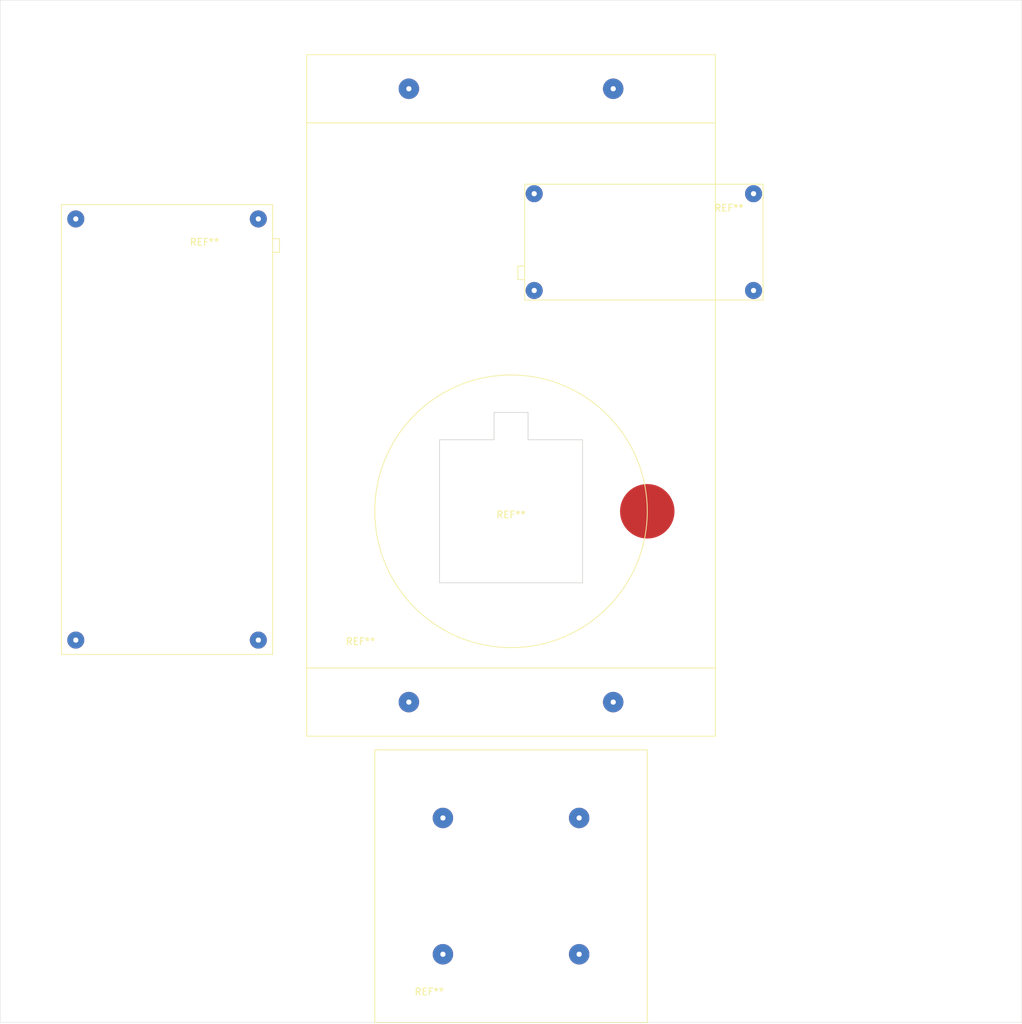
<source format=kicad_pcb>
(kicad_pcb (version 20171130) (host pcbnew 5.1.2-f72e74a~84~ubuntu18.04.1)

  (general
    (thickness 1.6)
    (drawings 4)
    (tracks 0)
    (zones 0)
    (modules 5)
    (nets 1)
  )

  (page A4)
  (layers
    (0 F.Cu signal)
    (31 B.Cu power)
    (32 B.Adhes user)
    (34 B.Paste user)
    (36 B.SilkS user)
    (37 F.SilkS user)
    (38 B.Mask user)
    (40 Dwgs.User user)
    (41 Cmts.User user)
    (42 Eco1.User user)
    (43 Eco2.User user)
    (44 Edge.Cuts user)
    (45 Margin user)
    (46 B.CrtYd user)
    (47 F.CrtYd user)
    (48 B.Fab user)
  )

  (setup
    (last_trace_width 0.25)
    (trace_clearance 0.2)
    (zone_clearance 0.508)
    (zone_45_only no)
    (trace_min 0.2)
    (via_size 0.8)
    (via_drill 0.4)
    (via_min_size 0.4)
    (via_min_drill 0.3)
    (uvia_size 0.3)
    (uvia_drill 0.1)
    (uvias_allowed no)
    (uvia_min_size 0.2)
    (uvia_min_drill 0.1)
    (edge_width 0.05)
    (segment_width 0.2)
    (pcb_text_width 0.3)
    (pcb_text_size 1.5 1.5)
    (mod_edge_width 0.12)
    (mod_text_size 1 1)
    (mod_text_width 0.15)
    (pad_size 1.524 1.524)
    (pad_drill 0.762)
    (pad_to_mask_clearance 0.051)
    (solder_mask_min_width 0.25)
    (aux_axis_origin 0 0)
    (visible_elements FEFFFF7F)
    (pcbplotparams
      (layerselection 0x010fc_ffffffff)
      (usegerberextensions false)
      (usegerberattributes false)
      (usegerberadvancedattributes false)
      (creategerberjobfile false)
      (excludeedgelayer true)
      (linewidth 0.100000)
      (plotframeref false)
      (viasonmask false)
      (mode 1)
      (useauxorigin false)
      (hpglpennumber 1)
      (hpglpenspeed 20)
      (hpglpendiameter 15.000000)
      (psnegative false)
      (psa4output false)
      (plotreference true)
      (plotvalue true)
      (plotinvisibletext false)
      (padsonsilk false)
      (subtractmaskfromsilk false)
      (outputformat 1)
      (mirror false)
      (drillshape 1)
      (scaleselection 1)
      (outputdirectory ""))
  )

  (net 0 "")

  (net_class Default "This is the default net class."
    (clearance 0.2)
    (trace_width 0.25)
    (via_dia 0.8)
    (via_drill 0.4)
    (uvia_dia 0.3)
    (uvia_drill 0.1)
  )

  (module DxWiFi:Raspberry-Pi-Zero (layer F.Cu) (tedit 5CC625D8) (tstamp 5CC6305F)
    (at 40 30 180)
    (fp_text reference REF** (at 10 -5.5) (layer F.SilkS)
      (effects (font (size 1 1) (thickness 0.15)))
    )
    (fp_text value Raspberry-Pi-Zero (at 10 -6.5) (layer F.Fab)
      (effects (font (size 1 1) (thickness 0.15)))
    )
    (fp_line (start -1 -7) (end 0 -7) (layer F.SilkS) (width 0.12))
    (fp_line (start -1 -5) (end -1 -7) (layer F.SilkS) (width 0.12))
    (fp_line (start 0 -5) (end -1 -5) (layer F.SilkS) (width 0.12))
    (fp_line (start 0 -66) (end 0 0) (layer F.SilkS) (width 0.12))
    (fp_line (start 31 -66) (end 0 -66) (layer F.SilkS) (width 0.12))
    (fp_line (start 31 0) (end 31 -66) (layer F.SilkS) (width 0.12))
    (fp_line (start 0 0) (end 31 0) (layer F.SilkS) (width 0.12))
    (pad 4 thru_hole circle (at 28.9 -63.9 180) (size 2.5 2.5) (drill 0.762) (layers *.Cu *.Mask))
    (pad 3 thru_hole circle (at 2.1 -63.9 180) (size 2.5 2.5) (drill 0.762) (layers *.Cu *.Mask))
    (pad 2 thru_hole circle (at 28.9 -2.1 180) (size 2.5 2.5) (drill 0.762) (layers *.Cu *.Mask))
    (pad 1 thru_hole circle (at 2.1 -2.1 180) (size 2.5 2.5) (drill 0.762) (layers *.Cu *.Mask))
  )

  (module DxWiFi:Atheros (layer F.Cu) (tedit 5CC624F7) (tstamp 5CC63034)
    (at 112 27 180)
    (fp_text reference REF** (at 5 -3.5) (layer F.SilkS)
      (effects (font (size 1 1) (thickness 0.15)))
    )
    (fp_text value Atheros (at 5 -4.5) (layer F.Fab)
      (effects (font (size 1 1) (thickness 0.15)))
    )
    (fp_line (start 36 -12) (end 35 -12) (layer F.SilkS) (width 0.12))
    (fp_line (start 36 -12) (end 36 -14) (layer F.SilkS) (width 0.12))
    (fp_line (start 35 -14) (end 36 -14) (layer F.SilkS) (width 0.12))
    (fp_line (start 0 -17) (end 0 0) (layer F.SilkS) (width 0.12))
    (fp_line (start 35 -17) (end 0 -17) (layer F.SilkS) (width 0.12))
    (fp_line (start 35 0) (end 35 -17) (layer F.SilkS) (width 0.12))
    (fp_line (start 0 0) (end 35 0) (layer F.SilkS) (width 0.12))
    (pad 4 thru_hole circle (at 1.4 -15.6 180) (size 2.5 2.5) (drill 0.762) (layers *.Cu *.Mask))
    (pad 3 thru_hole circle (at 33.6 -15.6 180) (size 2.5 2.5) (drill 0.762) (layers *.Cu *.Mask))
    (pad 2 thru_hole circle (at 33.6 -1.4 180) (size 2.5 2.5) (drill 0.762) (layers *.Cu *.Mask))
    (pad 1 thru_hole circle (at 1.4 -1.4 180) (size 2.5 2.5) (drill 0.762) (layers *.Cu *.Mask))
  )

  (module DxWiFi:Phone-Holder (layer F.Cu) (tedit 5CC62DB5) (tstamp 5CC62E58)
    (at 45 108)
    (fp_text reference REF** (at 7.9 -13.9) (layer F.SilkS)
      (effects (font (size 1 1) (thickness 0.15)))
    )
    (fp_text value Phone-Holder (at 7.9 -14.9) (layer F.Fab)
      (effects (font (size 1 1) (thickness 0.15)))
    )
    (fp_line (start 0 -90) (end 60 -90) (layer F.SilkS) (width 0.12))
    (fp_line (start 0 -10) (end 60 -10) (layer F.SilkS) (width 0.12))
    (fp_line (start 0 -100) (end 0 0) (layer F.SilkS) (width 0.12))
    (fp_line (start 60 -100) (end 0 -100) (layer F.SilkS) (width 0.12))
    (fp_line (start 60 0) (end 60 -100) (layer F.SilkS) (width 0.12))
    (fp_line (start 0 0) (end 60 0) (layer F.SilkS) (width 0.12))
    (pad 4 thru_hole circle (at 15 -95) (size 3 3) (drill 0.762) (layers *.Cu *.Mask))
    (pad 3 thru_hole circle (at 45 -95) (size 3 3) (drill 0.762) (layers *.Cu *.Mask))
    (pad 2 thru_hole circle (at 45 -5) (size 3 3) (drill 0.762) (layers *.Cu *.Mask))
    (pad 1 thru_hole circle (at 15 -5) (size 3 3) (drill 0.762) (layers *.Cu *.Mask))
  )

  (module DxWiFi:Handle-Clamp (layer F.Cu) (tedit 5CC62CDD) (tstamp 5CC62B92)
    (at 55 150)
    (fp_text reference REF** (at 8 -4.5) (layer F.SilkS)
      (effects (font (size 1 1) (thickness 0.15)))
    )
    (fp_text value Handle-Clamp (at 8 -5.5) (layer F.Fab)
      (effects (font (size 1 1) (thickness 0.15)))
    )
    (fp_line (start 0 -40) (end 0 0) (layer F.SilkS) (width 0.12))
    (fp_line (start 40 -40) (end 0 -40) (layer F.SilkS) (width 0.12))
    (fp_line (start 40 0) (end 40 -40) (layer F.SilkS) (width 0.12))
    (fp_line (start 0 0) (end 40 0) (layer F.SilkS) (width 0.12))
    (pad 4 thru_hole circle (at 10 -30) (size 3 3) (drill 0.762) (layers *.Cu *.Mask))
    (pad 3 thru_hole circle (at 30 -30) (size 3 3) (drill 0.762) (layers *.Cu *.Mask))
    (pad 2 thru_hole circle (at 30 -10) (size 3 3) (drill 0.762) (layers *.Cu *.Mask))
    (pad 1 thru_hole circle (at 10 -10) (size 3 3) (drill 0.762) (layers *.Cu *.Mask))
  )

  (module DxWiFi:Antenna (layer F.Cu) (tedit 5CC61F58) (tstamp 5CC62A88)
    (at 75 75)
    (fp_text reference REF** (at 0 0.5) (layer F.SilkS)
      (effects (font (size 1 1) (thickness 0.15)))
    )
    (fp_text value Antenna (at 0 -0.5) (layer F.Fab)
      (effects (font (size 1 1) (thickness 0.15)))
    )
    (fp_circle (center 0 0) (end 20 0) (layer F.SilkS) (width 0.12))
    (fp_poly (pts (xy 10.5 -10.5) (xy 10.5 10.5) (xy -10.5 10.5) (xy -10.5 -10.5)
      (xy -2.5 -10.5) (xy -2.5 -14.5) (xy 2.5 -14.5) (xy 2.5 -10.5)) (layer Edge.Cuts) (width 0.1))
    (fp_poly (pts (xy 10.5 -10.5) (xy 10.5 10.5) (xy -10.5 10.5) (xy -10.5 -10.5)
      (xy -2.5 -10.5) (xy -2.5 -14.5) (xy 2.5 -14.5) (xy 2.5 -10.5)) (layer Eco1.User) (width 0.1))
    (pad 1 smd circle (at 20 0) (size 8 8) (layers F.Cu F.Paste F.Mask))
  )

  (gr_line (start 0 150) (end 0 0) (layer Edge.Cuts) (width 0.05) (tstamp 5CC62A61))
  (gr_line (start 150 150) (end 0 150) (layer Edge.Cuts) (width 0.05))
  (gr_line (start 150 0) (end 150 150) (layer Edge.Cuts) (width 0.05))
  (gr_line (start 0 0) (end 150 0) (layer Edge.Cuts) (width 0.05))

)

</source>
